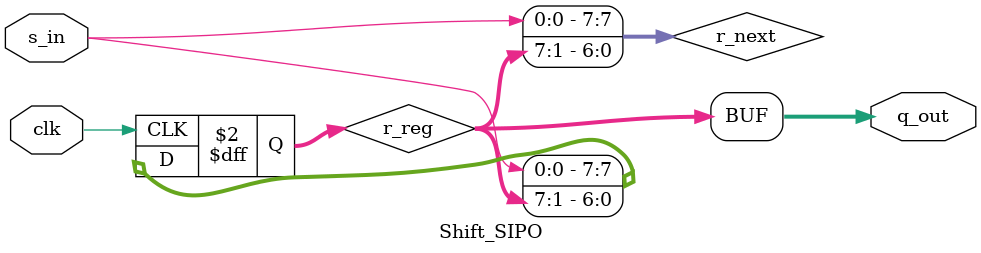
<source format=v>
`timescale 1ns / 1ps
module Shift_SIPO(
    input wire clk,s_in, 
 output wire [7:0] q_out 
 );
// signal declaration
reg [7:0] r_reg;
wire [7:0] r_next;
// body, register
always@(negedge clk) 
r_reg<=r_next; 
// next state logic
assign r_next = {s_in,r_reg[7:1]};
// output logic 
assign q_out= r_reg;
endmodule

</source>
